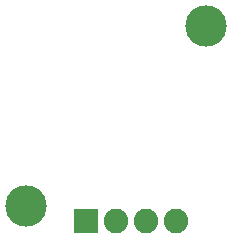
<source format=gbr>
G04 EAGLE Gerber RS-274X export*
G75*
%MOMM*%
%FSLAX34Y34*%
%LPD*%
%INSoldermask Bottom*%
%IPPOS*%
%AMOC8*
5,1,8,0,0,1.08239X$1,22.5*%
G01*
%ADD10R,2.082800X2.082800*%
%ADD11C,2.082800*%
%ADD12C,3.505200*%


D10*
X76200Y12700D03*
D11*
X101600Y12700D03*
X127000Y12700D03*
X152400Y12700D03*
D12*
X177800Y177800D03*
X25400Y25400D03*
M02*

</source>
